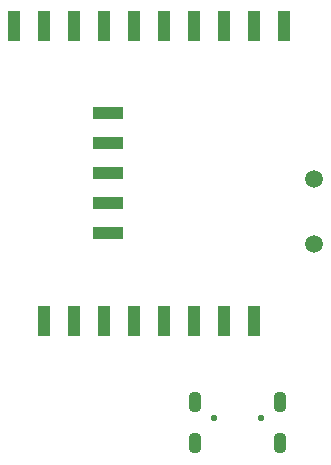
<source format=gbr>
%TF.GenerationSoftware,KiCad,Pcbnew,(6.0.1-0)*%
%TF.CreationDate,2022-02-09T14:27:11+08:00*%
%TF.ProjectId,usb_can,7573625f-6361-46e2-9e6b-696361645f70,rev?*%
%TF.SameCoordinates,Original*%
%TF.FileFunction,Soldermask,Bot*%
%TF.FilePolarity,Negative*%
%FSLAX46Y46*%
G04 Gerber Fmt 4.6, Leading zero omitted, Abs format (unit mm)*
G04 Created by KiCad (PCBNEW (6.0.1-0)) date 2022-02-09 14:27:11*
%MOMM*%
%LPD*%
G01*
G04 APERTURE LIST*
%ADD10O,0.550000X0.550000*%
%ADD11O,1.100000X1.800000*%
%ADD12R,1.000000X2.500000*%
%ADD13C,1.500000*%
%ADD14R,2.500000X1.000000*%
G04 APERTURE END LIST*
D10*
%TO.C,J1*%
X105500000Y-125720000D03*
X109500000Y-125720000D03*
D11*
X103900000Y-124400000D03*
X111100000Y-127870000D03*
X103900000Y-127870000D03*
X111100000Y-124400000D03*
%TD*%
D12*
%TO.C,J4*%
X111430000Y-92525000D03*
X108890000Y-92525000D03*
X106350000Y-92525000D03*
X103810000Y-92525000D03*
X101270000Y-92525000D03*
X98730000Y-92525000D03*
X96190000Y-92525000D03*
X93650000Y-92525000D03*
X91110000Y-92525000D03*
X88570000Y-92525000D03*
%TD*%
D13*
%TO.C,TP1*%
X114000000Y-105500000D03*
%TD*%
%TO.C,TP2*%
X114000000Y-111000000D03*
%TD*%
D12*
%TO.C,J3*%
X91110000Y-117475000D03*
X93650000Y-117475000D03*
X96190000Y-117475000D03*
X98730000Y-117475000D03*
X101270000Y-117475000D03*
X103810000Y-117475000D03*
X106350000Y-117475000D03*
X108890000Y-117475000D03*
%TD*%
D14*
%TO.C,J5*%
X96525000Y-99920000D03*
X96525000Y-102460000D03*
X96525000Y-105000000D03*
X96525000Y-107540000D03*
X96525000Y-110080000D03*
%TD*%
M02*

</source>
